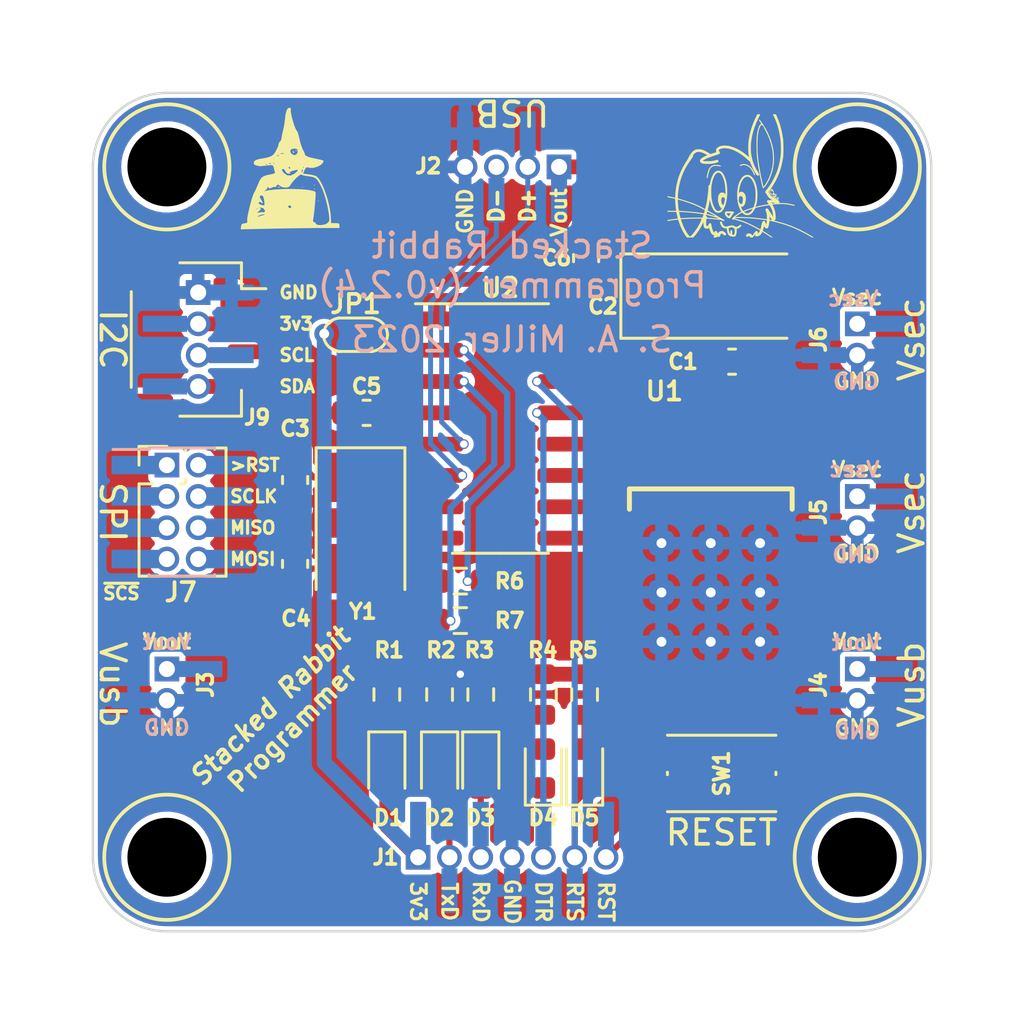
<source format=kicad_pcb>
(kicad_pcb (version 20211014) (generator pcbnew)
  (title_block (title "Programmer") (rev "0.2.4") (company "The Nerd Mage"))
  (layers (0 "F.Cu" signal) (31 "B.Cu" signal) (34 "B.Paste" user) (35 "F.Paste" user) (36 "B.SilkS" user "B.Silkscreen") (37 "F.SilkS" user "F.Silkscreen") (38 "B.Mask" user) (39 "F.Mask" user) (44 "Edge.Cuts" user))
  (property "Revision" "0.0.4")
  (net 0 "")
  (net 1 "UD+")
  (net 2 "UD-")
  (net 3 "GND")
  (net 4 "Vout")
  (net 7 "SDA")
  (net 8 "SCL")
  (net 9 "RESET")
  (net 10 "Vsec")
  (net 11 "/XI")
  (net 12 "/XO")
  (net 13 "IO3")
  (net 14 "IO1")
  (net 15 "CTS")
  (net 16 "DSR")
  (net 17 "RI")
  (net 18 "DCD")
  (net 19 "DTR")
  (net 20 "RTS")
  (net 22 "RST")
  (net 25 "+3V3")
  (net 26 "Net-(D1-Pad1)")
  (net 27 "Net-(D2-Pad1)")
  (net 28 "Net-(D3-Pad1)")
  (net 29 "Net-(D4-Pad2)")
  (net 30 "Net-(D5-Pad2)")
  (net 31 "Net-(R6-Pad1)")
  (net 32 "Net-(R7-Pad1)")
  (net 33 "Vcc?")
  (net 34 "~{RESET}")
  (net 35 "~{SCS}2")
  (net 36 "SCLK")
  (net 37 "~{SCS}1")
  (net 38 "MISO")
  (net 39 "~{SCS}0")
  (net 40 "MOSI")
  (footprint "Tinker:Mount" (layer "F.Cu") (at 114 114)
    (fp_text reference "REF**" hide)
    (fp_text value "Mount" hide)
    (pad "" np_thru_hole circle (at 0 0) (size 3.2 3.2) (drill 3.2) (layers *.Mask))
  )
  (footprint "Resistor_SMD:R_0603_1608Metric" (layer "F.Cu") (at 101.27 107.4 90)
    (fp_text reference "R4" (at 1.8 -0.025453) (layer "F.SilkS") (effects (font (size 0.6 0.6))))
    (fp_text value "1k")
    (pad "1" smd roundrect (at -0.825 0 90) (size 0.8 0.95) (layers "F.Cu" "F.Paste" "F.Mask") (net 29 "Net-(D4-Pad2)"))
    (pad "2" smd roundrect (at 0.825 0 90) (size 0.8 0.95) (layers "F.Cu" "F.Paste" "F.Mask") (net 10 "Vsec"))
  )
  (footprint "Resistor_SMD:R_0603_1608Metric" (layer "F.Cu") (at 97.06 107.4 -90)
    (fp_text reference "R2" (at -1.8 -0.05818) (layer "F.SilkS") (effects (font (size 0.6 0.6))))
    (fp_text value "1k")
    (pad "1" smd roundrect (at -0.825 0 270) (size 0.8 0.95) (layers "F.Cu" "F.Paste" "F.Mask") (net 3 "GND"))
    (pad "2" smd roundrect (at 0.825 0 270) (size 0.8 0.95) (layers "F.Cu" "F.Paste" "F.Mask") (net 27 "Net-(D2-Pad1)"))
  )
  (footprint "Tinker:PinHeader_2x04_P1.27mm_Vertical" (layer "F.Cu") (at 86 98.095)
    (fp_text reference "J7" (at 0.560122 5.155017) (layer "F.SilkS") (effects (font (size 0.75 0.75))))
    (fp_text value "Conn_01x08_Male" hide)
    (pad "1" thru_hole rect (at 0 0) (size 1 1) (drill 0.65) (layers *.Cu *.Mask) (net 34 "~{RESET}"))
    (pad "1" smd rect (at -1.195 0) (size 2.1 0.75) (layers "B.Cu" "B.Paste" "B.Mask") (net 34 "~{RESET}"))
    (pad "2" thru_hole oval (at 1.27 0) (size 1 1) (drill 0.65) (layers *.Cu *.Mask) (net 9 "RESET"))
    (pad "2" smd rect (at 2.405 0) (size 2.1 0.75) (layers "B.Cu" "B.Paste" "B.Mask") (net 9 "RESET"))
    (pad "3" smd rect (at -1.195 1.27) (size 2.1 0.75) (layers "B.Cu" "B.Paste" "B.Mask") (net 35 "~{SCS}2"))
    (pad "3" thru_hole oval (at 0 1.27) (size 1 1) (drill 0.65) (layers *.Cu *.Mask) (net 35 "~{SCS}2"))
    (pad "4" smd rect (at 2.405 1.27) (size 2.1 0.75) (layers "B.Cu" "B.Paste" "B.Mask") (net 36 "SCLK"))
    (pad "4" thru_hole oval (at 1.27 1.27) (size 1 1) (drill 0.65) (layers *.Cu *.Mask) (net 36 "SCLK"))
    (pad "5" thru_hole oval (at 0 2.54) (size 1 1) (drill 0.65) (layers *.Cu *.Mask) (net 37 "~{SCS}1"))
    (pad "5" smd rect (at -1.195 2.54) (size 2.1 0.75) (layers "B.Cu" "B.Paste" "B.Mask") (net 37 "~{SCS}1"))
    (pad "6" smd rect (at 2.405 2.54) (size 2.1 0.75) (layers "B.Cu" "B.Paste" "B.Mask") (net 38 "MISO"))
    (pad "6" thru_hole oval (at 1.27 2.54) (size 1 1) (drill 0.65) (layers *.Cu *.Mask) (net 38 "MISO"))
    (pad "7" smd rect (at -1.195 3.81) (size 2.1 0.75) (layers "B.Cu" "B.Paste" "B.Mask") (net 39 "~{SCS}0"))
    (pad "7" thru_hole oval (at 0 3.81) (size 1 1) (drill 0.65) (layers *.Cu *.Mask) (net 39 "~{SCS}0"))
    (pad "8" smd rect (at 2.405 3.81) (size 2.1 0.75) (layers "B.Cu" "B.Paste" "B.Mask") (net 40 "MOSI"))
    (pad "8" thru_hole oval (at 1.27 3.81) (size 1 1) (drill 0.65) (layers *.Cu *.Mask) (net 40 "MOSI"))
  )
  (footprint "Tinker:Mount" (layer "F.Cu") (at 86 114)
    (fp_text reference "REF**" hide)
    (fp_text value "Mount" hide)
    (pad "" np_thru_hole circle (at 0 0) (size 3.2 3.2) (drill 3.2) (layers *.Mask))
  )
  (footprint "Tinker:DagNabbit" (layer "F.Cu") (at 109 87)
    (fp_text reference "REF**" hide)
    (fp_text value "DagNabbit" hide)
  )
  (footprint "Capacitor_SMD:C_0603_1608Metric_Pad1.08x0.95mm_HandSolder" (layer "F.Cu") (at 91.2 102.1 90)
    (fp_text reference "C4" (at -2.216513 0.035654) (layer "F.SilkS") (effects (font (size 0.6 0.6))))
    (fp_text value "20p")
    (pad "1" smd roundrect (at -0.8625 0 90) (size 1.075 0.95) (layers "F.Cu" "F.Paste" "F.Mask") (net 12 "/XO"))
    (pad "2" smd roundrect (at 0.8625 0 90) (size 1.075 0.95) (layers "F.Cu" "F.Paste" "F.Mask") (net 3 "GND"))
  )
  (footprint "Resistor_SMD:R_0603_1608Metric_Pad0.98x0.95mm_HandSolder" (layer "F.Cu") (at 97.9 104.4)
    (fp_text reference "R7" (at 2 0) (layer "F.SilkS") (effects (font (size 0.6 0.6))))
    (fp_text value "10K")
    (pad "1" smd roundrect (at -0.9125 0) (size 0.975 0.95) (layers "F.Cu" "F.Paste" "F.Mask") (net 32 "Net-(R7-Pad1)"))
    (pad "2" smd roundrect (at 0.9125 0) (size 0.975 0.95) (layers "F.Cu" "F.Paste" "F.Mask") (net 14 "IO1"))
  )
  (footprint "Capacitor_SMD:C_0603_1608Metric_Pad1.08x0.95mm_HandSolder" (layer "F.Cu") (at 91.2 98.7 -90)
    (fp_text reference "C3" (at -2.087623 0) (layer "F.SilkS") (effects (font (size 0.6 0.6))))
    (fp_text value "20p")
    (pad "1" smd roundrect (at -0.8625 0 270) (size 1.075 0.95) (layers "F.Cu" "F.Paste" "F.Mask") (net 11 "/XI"))
    (pad "2" smd roundrect (at 0.8625 0 270) (size 1.075 0.95) (layers "F.Cu" "F.Paste" "F.Mask") (net 3 "GND"))
  )
  (footprint "Package_SO:SOIC-16_3.9x9.9mm_P1.27mm" (layer "F.Cu") (at 99.527801 96.610076)
    (fp_text reference "U2" (at 0 -5.710076) (layer "F.SilkS") (effects (font (size 0.75 0.75))))
    (fp_text value "CH340G/C")
    (pad "1" smd roundrect (at -2.475 -4.445) (size 1.95 0.6) (layers "F.Cu" "F.Paste" "F.Mask") (net 3 "GND"))
    (pad "2" smd roundrect (at -2.475 -3.175) (size 1.95 0.6) (layers "F.Cu" "F.Paste" "F.Mask") (net 31 "Net-(R6-Pad1)"))
    (pad "3" smd roundrect (at -2.475 -1.905) (size 1.95 0.6) (layers "F.Cu" "F.Paste" "F.Mask") (net 32 "Net-(R7-Pad1)"))
    (pad "4" smd roundrect (at -2.475 -0.635) (size 1.95 0.6) (layers "F.Cu" "F.Paste" "F.Mask") (net 10 "Vsec"))
    (pad "5" smd roundrect (at -2.475 0.635) (size 1.95 0.6) (layers "F.Cu" "F.Paste" "F.Mask") (net 1 "UD+"))
    (pad "6" smd roundrect (at -2.475 1.905) (size 1.95 0.6) (layers "F.Cu" "F.Paste" "F.Mask") (net 2 "UD-"))
    (pad "7" smd roundrect (at -2.475 3.175) (size 1.95 0.6) (layers "F.Cu" "F.Paste" "F.Mask") (net 11 "/XI"))
    (pad "8" smd roundrect (at -2.475 4.445) (size 1.95 0.6) (layers "F.Cu" "F.Paste" "F.Mask") (net 12 "/XO"))
    (pad "9" smd roundrect (at 2.475 4.445) (size 1.95 0.6) (layers "F.Cu" "F.Paste" "F.Mask") (net 15 "CTS"))
    (pad "10" smd roundrect (at 2.475 3.175) (size 1.95 0.6) (layers "F.Cu" "F.Paste" "F.Mask") (net 16 "DSR"))
    (pad "11" smd roundrect (at 2.475 1.905) (size 1.95 0.6) (layers "F.Cu" "F.Paste" "F.Mask") (net 17 "RI"))
    (pad "12" smd roundrect (at 2.475 0.635) (size 1.95 0.6) (layers "F.Cu" "F.Paste" "F.Mask") (net 18 "DCD"))
    (pad "13" smd roundrect (at 2.475 -0.635) (size 1.95 0.6) (layers "F.Cu" "F.Paste" "F.Mask") (net 19 "DTR"))
    (pad "14" smd roundrect (at 2.475 -1.905) (size 1.95 0.6) (layers "F.Cu" "F.Paste" "F.Mask") (net 20 "RTS"))
    (pad "15" smd roundrect (at 2.475 -3.175) (size 1.95 0.6) (layers "F.Cu" "F.Paste" "F.Mask"))
    (pad "16" smd roundrect (at 2.475 -4.445) (size 1.95 0.6) (layers "F.Cu" "F.Paste" "F.Mask") (net 10 "Vsec"))
  )
  (footprint "Tinker:Board_Stacker_2" (layer "F.Cu") (at 114 106.365)
    (fp_text reference "J4" (at -1.57 0.635 270) (layer "F.SilkS") (effects (font (size 0.6 0.6))))
    (fp_text value "Conn_01x02_Male")
    (pad "1" smd rect (at 1.35 0) (size 1.8 0.65) (layers "B.Cu" "B.Paste" "B.Mask"))
    (pad "1" thru_hole rect (at 0 0) (size 1 1) (drill 0.65) (layers *.Cu *.Mask))
    (pad "2" thru_hole oval (at 0 1.27) (size 1 1) (drill 0.65) (layers *.Cu *.Mask) (net 3 "GND"))
    (pad "2" smd rect (at -1.35 1.27) (size 1.8 0.65) (layers "B.Cu" "B.Paste" "B.Mask") (net 3 "GND"))
  )
  (footprint "Tinker:CP_EIA-6032-28-Tantalumm_HandSolder" (layer "F.Cu") (at 108.146545 91.24)
    (fp_text reference "C2" (at -4.460348 0.416069) (layer "F.SilkS") (effects (font (size 0.6 0.6))))
    (fp_text value "22uf" hide)
    (pad "1" smd roundrect (at -2.55 0) (size 2.25 2.35) (layers "F.Cu" "F.Paste" "F.Mask") (roundrect_rratio 0.111111) (net 10 "Vsec"))
    (pad "2" smd roundrect (at 2.55 0) (size 2.25 2.35) (layers "F.Cu" "F.Paste" "F.Mask") (roundrect_rratio 0.111111) (net 3 "GND"))
  )
  (footprint "Capacitor_SMD:C_0603_1608Metric_Pad1.08x0.95mm_HandSolder" (layer "F.Cu") (at 103.002801 89.7 90)
    (fp_text reference "C6" (at 0.00549 -1.202801) (layer "F.SilkS") (effects (font (size 0.6 0.6))))
    (fp_text value "100nf")
    (pad "1" smd roundrect (at -0.8625 0 90) (size 1.075 0.95) (layers "F.Cu" "F.Paste" "F.Mask") (net 10 "Vsec"))
    (pad "2" smd roundrect (at 0.8625 0 90) (size 1.075 0.95) (layers "F.Cu" "F.Paste" "F.Mask") (net 3 "GND"))
  )
  (footprint "Tinker:Mount" (layer "F.Cu") (at 114 86)
    (fp_text reference "REF**" hide)
    (fp_text value "Mount" hide)
    (pad "" np_thru_hole circle (at 0 0) (size 3.2 3.2) (drill 3.2) (layers *.Mask))
  )
  (footprint "Crystal:Crystal_SMD_5032-2Pin_5.0x3.2mm" (layer "F.Cu") (at 93.852613 100.442 -90)
    (fp_text reference "Y1" (at 3.589448 -0.096252) (layer "F.SilkS") (effects (font (size 0.6 0.6))))
    (fp_text value "12M")
    (pad "1" smd rect (at -1.85 0 270) (size 2 2.4) (layers "F.Cu" "F.Paste" "F.Mask") (net 11 "/XI"))
    (pad "2" smd rect (at 1.85 0 270) (size 2 2.4) (layers "F.Cu" "F.Paste" "F.Mask") (net 12 "/XO"))
  )
  (footprint "Resistor_SMD:R_0603_1608Metric" (layer "F.Cu") (at 102.94 107.4 90)
    (fp_text reference "R5" (at 1.8 -0.061089) (layer "F.SilkS") (effects (font (size 0.6 0.6))))
    (fp_text value "1k")
    (pad "1" smd roundrect (at -0.825 0 90) (size 0.8 0.95) (layers "F.Cu" "F.Paste" "F.Mask") (net 30 "Net-(D5-Pad2)"))
    (pad "2" smd roundrect (at 0.825 0 90) (size 0.8 0.95) (layers "F.Cu" "F.Paste" "F.Mask") (net 10 "Vsec"))
  )
  (footprint "Tinker:SW_Push_TS273014TP" (layer "F.Cu") (at 108.5 110.6 180)
    (fp_text reference "SW1" (at 0 0 90) (layer "F.SilkS") (effects (font (size 0.6 0.6))))
    (fp_text value "SW_Push" hide)
    (pad "1" smd rect (at 1.85 -0.85 180) (size 1.6 0.6) (layers "F.Cu" "F.Paste" "F.Mask") (net 22 "RST"))
    (pad "1" smd rect (at -1.85 -0.85 180) (size 1.6 0.6) (layers "F.Cu" "F.Paste" "F.Mask") (net 22 "RST"))
    (pad "2" smd rect (at -1.85 0.85 180) (size 1.6 0.6) (layers "F.Cu" "F.Paste" "F.Mask") (net 10 "Vsec"))
    (pad "2" smd rect (at 1.85 0.85 180) (size 1.6 0.6) (layers "F.Cu" "F.Paste" "F.Mask") (net 10 "Vsec"))
  )
  (footprint "Tinker:Board_Stacker_2" (layer "F.Cu") (at 86 106.365)
    (fp_text reference "J3" (at 1.57 0.635 270) (layer "F.SilkS") (effects (font (size 0.6 0.6))))
    (fp_text value "Conn_01x02_Male")
    (pad "1" thru_hole rect (at 0 0) (size 1 1) (drill 0.65) (layers *.Cu *.Mask))
    (pad "1" smd rect (at 1.35 0) (size 1.8 0.65) (layers "B.Cu" "B.Paste" "B.Mask"))
    (pad "2" smd rect (at -1.35 1.27) (size 1.8 0.65) (layers "B.Cu" "B.Paste" "B.Mask") (net 3 "GND"))
    (pad "2" thru_hole oval (at 0 1.27) (size 1 1) (drill 0.65) (layers *.Cu *.Mask) (net 3 "GND"))
  )
  (footprint "Resistor_SMD:R_0603_1608Metric" (layer "F.Cu") (at 98.73 107.4 -90)
    (fp_text reference "R3" (at -1.8 0.058364) (layer "F.SilkS") (effects (font (size 0.6 0.6))))
    (fp_text value "1k")
    (pad "1" smd roundrect (at -0.825 0 270) (size 0.8 0.95) (layers "F.Cu" "F.Paste" "F.Mask") (net 3 "GND"))
    (pad "2" smd roundrect (at 0.825 0 270) (size 0.8 0.95) (layers "F.Cu" "F.Paste" "F.Mask") (net 28 "Net-(D3-Pad1)"))
  )
  (footprint "LED_SMD:LED_0603_1608Metric" (layer "F.Cu") (at 101.27 110.4 90)
    (fp_text reference "D4" (at -2 0 180) (layer "F.SilkS") (effects (font (size 0.6 0.6))))
    (fp_text value "yellow")
    (pad "1" smd roundrect (at -0.7875 0 90) (size 0.875 0.95) (layers "F.Cu" "F.Paste" "F.Mask") (net 19 "DTR"))
    (pad "2" smd roundrect (at 0.7875 0 90) (size 0.875 0.95) (layers "F.Cu" "F.Paste" "F.Mask") (net 29 "Net-(D4-Pad2)"))
  )
  (footprint "LED_SMD:LED_0603_1608Metric" (layer "F.Cu") (at 98.73 110.4 -90)
    (fp_text reference "D3" (at 2 0.008724 180) (layer "F.SilkS") (effects (font (size 0.6 0.6))))
    (fp_text value "red")
    (pad "1" smd roundrect (at -0.7875 0 270) (size 0.875 0.95) (layers "F.Cu" "F.Paste" "F.Mask") (net 28 "Net-(D3-Pad1)"))
    (pad "2" smd roundrect (at 0.7875 0 270) (size 0.875 0.95) (layers "F.Cu" "F.Paste" "F.Mask") (net 14 "IO1"))
  )
  (footprint "Resistor_SMD:R_0603_1608Metric_Pad0.98x0.95mm_HandSolder" (layer "F.Cu") (at 97.9 102.8 180)
    (fp_text reference "R6" (at -2 0) (layer "F.SilkS") (effects (font (size 0.6 0.6))))
    (fp_text value "10K")
    (pad "1" smd roundrect (at -0.9125 0 180) (size 0.975 0.95) (layers "F.Cu" "F.Paste" "F.Mask") (net 31 "Net-(R6-Pad1)"))
    (pad "2" smd roundrect (at 0.9125 0 180) (size 0.975 0.95) (layers "F.Cu" "F.Paste" "F.Mask") (net 13 "IO3"))
  )
  (footprint "Tinker:QWIIC_Stack_II" (layer "F.Cu") (at 87.27 93 -90)
    (fp_text reference "J9" (at 3.158643 -2.390416 180) (layer "F.SilkS") (effects (font (size 0.6 0.6))))
    (fp_text value "QWIIC_Stackable")
    (pad "1" smd rect (at -1.905 -1.35) (size 1.8 0.65) (layers "B.Cu" "B.Paste" "B.Mask") (net 3 "GND"))
    (pad "1" smd roundrect (at -1.5 -1.97 270) (size 0.6 1.55) (layers "F.Cu" "F.Paste" "F.Mask") (net 3 "GND"))
    (pad "1" smd roundrect (at -1.905 -0.877656 270) (size 0.6 1.55) (layers "F.Cu" "F.Paste" "F.Mask") (net 3 "GND"))
    (pad "1" thru_hole rect (at -1.905 0) (size 1 1) (drill 0.65) (layers *.Cu *.Mask) (net 3 "GND"))
    (pad "2" smd roundrect (at -0.5 -1.97 270) (size 0.6 1.55) (layers "F.Cu" "F.Paste" "F.Mask") (net 33 "Vcc?"))
    (pad "2" smd rect (at -0.635 1.35) (size 1.8 0.65) (layers "B.Cu" "B.Paste" "B.Mask") (net 33 "Vcc?"))
    (pad "2" thru_hole oval (at -0.635 0) (size 1 1) (drill 0.65) (layers *.Cu *.Mask) (net 33 "Vcc?"))
    (pad "2" smd roundrect (at -0.635 -0.877656 270) (size 0.6 1.55) (layers "F.Cu" "F.Paste" "F.Mask") (net 33 "Vcc?"))
    (pad "3" thru_hole oval (at 0.635 0) (size 1 1) (drill 0.65) (layers *.Cu *.Mask) (net 7 "SDA"))
    (pad "3" smd roundrect (at 0.635 -0.877656 270) (size 0.6 1.55) (layers "F.Cu" "F.Paste" "F.Mask") (net 7 "SDA"))
    (pad "3" smd rect (at 0.635 -1.35) (size 1.8 0.65) (layers "B.Cu" "B.Paste" "B.Mask") (net 7 "SDA"))
    (pad "3" smd roundrect (at 0.5 -1.97 270) (size 0.6 1.55) (layers "F.Cu" "F.Paste" "F.Mask") (net 7 "SDA"))
    (pad "4" smd rect (at 1.905 1.35) (size 1.8 0.65) (layers "B.Cu" "B.Paste" "B.Mask") (net 8 "SCL"))
    (pad "4" smd roundrect (at 1.5 -1.97 270) (size 0.6 1.55) (layers "F.Cu" "F.Paste" "F.Mask") (net 8 "SCL"))
    (pad "4" thru_hole oval (at 1.905 0) (size 1 1) (drill 0.65) (layers *.Cu *.Mask) (net 8 "SCL"))
    (pad "4" smd roundrect (at 1.905 -0.877656 270) (size 0.6 1.55) (layers "F.Cu" "F.Paste" "F.Mask") (net 8 "SCL"))
    (pad "MP" smd roundrect (at -2.8 1.905 270) (size 1.2 1.8) (layers "F.Cu" "F.Paste" "F.Mask") (roundrect_rratio 0.208333) (net 3 "GND"))
    (pad "MP" smd roundrect (at 2.8 1.905 270) (size 1.2 1.8) (layers "F.Cu" "F.Paste" "F.Mask") (roundrect_rratio 0.208333) (net 3 "GND"))
  )
  (footprint "Resistor_SMD:R_0603_1608Metric" (layer "F.Cu") (at 94.92 107.4 -90)
    (fp_text reference "R1" (at -1.8 -0.095637 180) (layer "F.SilkS") (effects (font (size 0.6 0.6))))
    (fp_text value "1k")
    (pad "1" smd roundrect (at -0.825 0 270) (size 0.8 0.95) (layers "F.Cu" "F.Paste" "F.Mask") (net 3 "GND"))
    (pad "2" smd roundrect (at 0.825 0 270) (size 0.8 0.95) (layers "F.Cu" "F.Paste" "F.Mask") (net 26 "Net-(D1-Pad1)"))
  )
  (footprint "Tinker:R1501J033BT1JE" (layer "F.Cu") (at 108.058834 101.084151 180)
    (fp_text reference "U1" (at 1.882154 5.985121) (layer "F.SilkS") (effects (font (size 0.75 0.75))))
    (fp_text value "R1501J033B-T1-JE" hide)
    (pad "1" smd rect (at -2.54 4.075 180) (size 0.8 2.5) (layers "F.Cu" "F.Paste" "F.Mask") (net 4 "Vout"))
    (pad "2" smd rect (at -1.27 4.075 180) (size 0.8 2.5) (layers "F.Cu" "F.Paste" "F.Mask") (net 3 "GND"))
    (pad "3" smd rect (at 0 4.075 180) (size 0.8 2.5) (layers "F.Cu" "F.Paste" "F.Mask") (net 3 "GND"))
    (pad "4" smd rect (at 1.27 4.075 180) (size 0.8 2.5) (layers "F.Cu" "F.Paste" "F.Mask") (net 4 "Vout"))
    (pad "5" smd rect (at 2.54 4.075 180) (size 0.8 2.5) (layers "F.Cu" "F.Paste" "F.Mask") (net 10 "Vsec"))
    (pad "6" thru_hole roundrect (at 2 -4.175 180) (size 1 1) (drill 0.4) (layers *.Cu) (net 3 "GND"))
    (pad "6" thru_hole roundrect (at 2 -2.175 180) (size 1 1) (drill 0.4) (layers *.Cu) (net 3 "GND"))
    (pad "6" thru_hole roundrect (at -2 -2.175 180) (size 1 1) (drill 0.4) (layers *.Cu) (net 3 "GND"))
    (pad "6" thru_hole roundrect (at -2 -4.175 180) (size 1 1) (drill 0.4) (layers *.Cu) (net 3 "GND"))
    (pad "6" thru_hole roundrect (at -2 -0.175 180) (size 1 1) (drill 0.4) (layers *.Cu) (net 3 "GND"))
    (pad "6" thru_hole roundrect (at 0 -4.175 180) (size 1 1) (drill 0.4) (layers *.Cu) (net 3 "GND"))
    (pad "6" thru_hole roundrect (at 0 -0.175 180) (size 1 1) (drill 0.4) (layers *.Cu) (net 3 "GND"))
    (pad "6" thru_hole roundrect (at 2 -0.175 180) (size 1 1) (drill 0.4) (layers *.Cu) (net 3 "GND"))
    (pad "6" smd rect (at 0 -2.175 180) (size 6 6) (layers "F.Cu" "F.Paste" "F.Mask") (net 3 "GND"))
    (pad "6" thru_hole roundrect (at 0 -2.175 180) (size 1 1) (drill 0.4) (layers *.Cu) (net 3 "GND"))
  )
  (footprint "LED_SMD:LED_0603_1608Metric" (layer "F.Cu") (at 97.06 110.4 -90)
    (fp_text reference "D2" (at 2 0 180) (layer "F.SilkS") (effects (font (size 0.6 0.6))))
    (fp_text value "green")
    (pad "1" smd roundrect (at -0.7875 0 270) (size 0.875 0.95) (layers "F.Cu" "F.Paste" "F.Mask") (net 27 "Net-(D2-Pad1)"))
    (pad "2" smd roundrect (at 0.7875 0 270) (size 0.875 0.95) (layers "F.Cu" "F.Paste" "F.Mask") (net 13 "IO3"))
  )
  (footprint "Tinker:Mount" (layer "F.Cu") (at 86 86)
    (fp_text reference "REF**" hide)
    (fp_text value "Mount" hide)
    (pad "" np_thru_hole circle (at 0 0) (size 3.2 3.2) (drill 3.2) (layers *.Mask))
  )
  (footprint "Capacitor_SMD:C_0603_1608Metric_Pad1.08x0.95mm_HandSolder" (layer "F.Cu") (at 94.1 95.975076 180)
    (fp_text reference "C5" (at 0 1.075076) (layer "F.SilkS") (effects (font (size 0.6 0.6))))
    (fp_text value "10nf")
    (pad "1" smd roundrect (at -0.8625 0 180) (size 1.075 0.95) (layers "F.Cu" "F.Paste" "F.Mask") (net 10 "Vsec"))
    (pad "2" smd roundrect (at 0.8625 0 180) (size 1.075 0.95) (layers "F.Cu" "F.Paste" "F.Mask") (net 3 "GND"))
  )
  (footprint "Tinker:NerdMage" (layer "F.Cu") (at 91 86)
    (fp_text reference "G***" hide)
    (fp_text value "LOGO" hide)
  )
  (footprint "LED_SMD:LED_0603_1608Metric" (layer "F.Cu") (at 102.94 110.4 90)
    (fp_text reference "D5" (at -2 0 180) (layer "F.SilkS") (effects (font (size 0.6 0.6))))
    (fp_text value "yellow")
    (pad "1" smd roundrect (at -0.7875 0 90) (size 0.875 0.95) (layers "F.Cu" "F.Paste" "F.Mask") (net 20 "RTS"))
    (pad "2" smd roundrect (at 0.7875 0 90) (size 0.875 0.95) (layers "F.Cu" "F.Paste" "F.Mask") (net 30 "Net-(D5-Pad2)"))
  )
  (footprint "Tinker:Board_Stacker_7" (layer "F.Cu") (at 96.19 114 90)
    (fp_text reference "J1" (at 0 -1.32) (layer "F.SilkS") (effects (font (size 0.6 0.6))))
    (fp_text value "Conn_01x07_Male")
    (pad "1" thru_hole rect (at 0 0 90) (size 1 1) (drill 0.65) (layers *.Cu *.Mask) (net 25 "+3V3"))
    (pad "1" smd rect (at 1.35 0 90) (size 1.8 0.65) (layers "B.Cu" "B.Paste" "B.Mask") (net 25 "+3V3"))
    (pad "2" smd rect (at -1.35 1.27 90) (size 1.8 0.65) (layers "B.Cu" "B.Paste" "B.Mask") (net 13 "IO3"))
    (pad "2" thru_hole oval (at 0 1.27 90) (size 1 1) (drill 0.65) (layers *.Cu *.Mask) (net 13 "IO3"))
    (pad "3" smd rect (at 1.35 2.54 90) (size 1.8 0.65) (layers "B.Cu" "B.Paste" "B.Mask") (net 14 "IO1"))
    (pad "3" thru_hole oval (at 0 2.54 90) (size 1 1) (drill 0.65) (layers *.Cu *.Mask) (net 14 "IO1"))
    (pad "4" thru_hole oval (at 0 3.81 90) (size 1 1) (drill 0.65) (layers *.Cu *.Mask) (net 3 "GND"))
    (pad "4" smd rect (at -1.35 3.81 90) (size 1.8 0.65) (layers "B.Cu" "B.Paste" "B.Mask") (net 3 "GND"))
    (pad "5" smd rect (at 1.35 5.08 90) (size 1.8 0.65) (layers "B.Cu" "B.Paste" "B.Mask") (net 19 "DTR"))
    (pad "5" thru_hole oval (at 0 5.08 90) (size 1 1) (drill 0.65) (layers *.Cu *.Mask) (net 19 "DTR"))
    (pad "6" thru_hole oval (at 0 6.35 90) (size 1 1) (drill 0.65) (layers *.Cu *.Mask) (net 20 "RTS"))
    (pad "6" smd rect (at -1.35 6.35 90) (size 1.8 0.65) (layers "B.Cu" "B.Paste" "B.Mask") (net 20 "RTS"))
    (pad "7" smd rect (at 1.35 7.62 90) (size 1.8 0.65) (layers "B.Cu" "B.Paste" "B.Mask") (net 22 "RST"))
    (pad "7" thru_hole oval (at 0 7.62 90) (size 1 1) (drill 0.65) (layers *.Cu *.Mask) (net 22 "RST"))
  )
  (footprint "LED_SMD:LED_0603_1608Metric" (layer "F.Cu") (at 94.92 110.4 -90)
    (fp_text reference "D1" (at 2 -0.079455 180) (layer "F.SilkS") (effects (font (size 0.6 0.6))))
    (fp_text value "blue")
    (pad "1" smd roundrect (at -0.7875 0 270) (size 0.875 0.95) (layers "F.Cu" "F.Paste" "F.Mask") (net 26 "Net-(D1-Pad1)"))
    (pad "2" smd roundrect (at 0.7875 0 270) (size 0.875 0.95) (layers "F.Cu" "F.Paste" "F.Mask") (net 25 "+3V3"))
  )
  (footprint "Tinker:Board_Stacker_2" (layer "F.Cu") (at 114 99.365)
    (fp_text reference "J5" (at -1.57 0.635 270) (layer "F.SilkS") (effects (font (size 0.6 0.6))))
    (fp_text value "Conn_01x02_Male")
    (pad "1" thru_hole rect (at 0 0) (size 1 1) (drill 0.65) (layers *.Cu *.Mask))
    (pad "1" smd rect (at 1.35 0) (size 1.8 0.65) (layers "B.Cu" "B.Paste" "B.Mask"))
    (pad "2" smd rect (at -1.35 1.27) (size 1.8 0.65) (layers "B.Cu" "B.Paste" "B.Mask") (net 3 "GND"))
    (pad "2" thru_hole oval (at 0 1.27) (size 1 1) (drill 0.65) (layers *.Cu *.Mask) (net 3 "GND"))
  )
  (footprint "Tinker:Board_Stacker_4" (layer "F.Cu") (at 101.905 86 -90)
    (fp_text reference "J2" (at -0.031892 5.301439) (layer "F.SilkS") (effects (font (size 0.6 0.6))))
    (fp_text value "Conn_01x04_Male")
    (pad "1" thru_hole rect (at 0 0 270) (size 1 1) (drill 0.65) (layers *.Cu *.Mask) (net 4 "Vout"))
    (pad "1" smd rect (at 1.35 0 270) (size 1.8 0.65) (layers "B.Cu" "B.Paste" "B.Mask") (net 4 "Vout"))
    (pad "2" thru_hole oval (at 0 1.27 270) (size 1 1) (drill 0.65) (layers *.Cu *.Mask) (net 1 "UD+"))
    (pad "2" smd rect (at -1.35 1.27 270) (size 1.8 0.65) (layers "B.Cu" "B.Paste" "B.Mask") (net 1 "UD+"))
    (pad "3" thru_hole oval (at 0 2.54 270) (size 1 1) (drill 0.65) (layers *.Cu *.Mask) (net 2 "UD-"))
    (pad "3" smd rect (at 1.35 2.54 270) (size 1.8 0.65) (layers "B.Cu" "B.Paste" "B.Mask") (net 2 "UD-"))
    (pad "4" thru_hole oval (at 0 3.81 270) (size 1 1) (drill 0.65) (layers *.Cu *.Mask) (net 3 "GND"))
    (pad "4" smd rect (at -1.35 3.81 270) (size 1.8 0.65) (layers "B.Cu" "B.Paste" "B.Mask") (net 3 "GND"))
  )
  (footprint "Tinker:Board_Stacker_2" (layer "F.Cu") (at 114 92.365)
    (fp_text reference "J6" (at -1.57 0.635 270) (layer "F.SilkS") (effects (font (size 0.6 0.6))))
    (fp_text value "Conn_01x02_Male")
    (pad "1" thru_hole rect (at 0 0) (size 1 1) (drill 0.65) (layers *.Cu *.Mask))
    (pad "1" smd rect (at 1.35 0) (size 1.8 0.65) (layers "B.Cu" "B.Paste" "B.Mask"))
    (pad "2" smd rect (at -1.35 1.27) (size 1.8 0.65) (layers "B.Cu" "B.Paste" "B.Mask") (net 3 "GND"))
    (pad "2" thru_hole oval (at 0 1.27) (size 1 1) (drill 0.65) (layers *.Cu *.Mask) (net 3 "GND"))
  )
  (footprint "Capacitor_SMD:C_0603_1608Metric" (layer "F.Cu") (at 108.921545 93.9)
    (fp_text reference "C1" (at -1.989302 0) (layer "F.SilkS") (effects (font (size 0.6 0.6))))
    (fp_text value "1.0uF")
    (pad "1" smd roundrect (at -0.775 0) (size 0.9 0.95) (layers "F.Cu" "F.Paste" "F.Mask") (net 4 "Vout"))
    (pad "2" smd roundrect (at 0.775 0) (size 0.9 0.95) (layers "F.Cu" "F.Paste" "F.Mask") (net 3 "GND"))
  )
  (footprint "Tinker:SolderJumper-2_P_Open_Rounded_skinny" (layer "F.Cu") (at 93.648266 92.807094 180)
    (fp_text reference "JP1" (at -0.002726 1.246001) (layer "F.SilkS") (effects (font (size 0.75 0.75))))
    (fp_text value "SolderJumper_2_Open" hide)
    (pad "1" smd custom (at -0.65 0 180) (size 1 0.2) (layers "F.Cu" "F.Mask") (net 10 "Vsec") (options (clearance outline) (anchor rect)) (primitives (gr_circle (center 0 0.1) (end 0.5 0.1) (width 0) (fill yes)) (gr_circle (center 0 -0.1) (end 0.5 -0.1) (width 0) (fill yes)) (gr_poly (pts (xy 0.5 0.6) (xy 0 0.6) (xy 0 -0.6) (xy 0.5 -0.6)) (width 0) (fill yes))))
    (pad "2" smd custom (at 0.65 0 180) (size 1 0.2) (layers "F.Cu" "F.Mask") (net 25 "+3V3") (options (clearance outline) (anchor rect)) (primitives (gr_circle (center 0 0.1) (end 0.5 0.1) (width 0) (fill yes)) (gr_circle (center 0 -0.1) (end 0.5 -0.1) (width 0) (fill yes)) (gr_poly (pts (xy 0 0.6) (xy -0.5 0.6) (xy -0.5 -0.6) (xy 0 -0.6)) (width 0) (fill yes))))
  )
  (gr_line (start 117 86) (end 117 114) (layer "Edge.Cuts") (width 0.1))
  (gr_arc (start 86 117) (mid 83.87868 116.12132) (end 83 114) (layer "Edge.Cuts") (width 0.1))
  (gr_arc (start 83 86) (mid 83.87868 83.87868) (end 86 83) (layer "Edge.Cuts") (width 0.1))
  (gr_line (start 86 83) (end 114 83) (layer "Edge.Cuts") (width 0.1))
  (gr_line (start 83 114) (end 83 86) (layer "Edge.Cuts") (width 0.1))
  (gr_arc (start 114 83) (mid 116.12132 83.87868) (end 117 86) (layer "Edge.Cuts") (width 0.1))
  (gr_line (start 86 117) (end 114 117) (layer "Edge.Cuts") (width 0.1))
  (gr_arc (start 117 114) (mid 116.12132 116.12132) (end 114 117) (layer "Edge.Cuts") (width 0.1))
  (gr_text "GND" (at 113.997176 108.89197) (layer "B.SilkS") (effects (font (size 0.6 0.6) (thickness 0.125)) (justify mirror)))
  (gr_text "Stacked Rabbit\n${TITLE} (v${REVISION})" (at 100 90) (layer "B.SilkS") (effects (font (size 1 1)) (justify mirror)))
  (gr_text "Vsec" (at 113.872799 98.268635) (layer "B.SilkS") (effects (font (size 0.6 0.6) (thickness 0.125)) (justify mirror)))
  (gr_text "GND" (at 85.995908 108.747728) (layer "B.SilkS") (effects (font (size 0.6 0.6) (thickness 0.125)) (justify mirror)))
  (gr_text "GND" (at 113.946688 94.725074) (layer "B.SilkS") (effects (font (size 0.6 0.6) (thickness 0.125)) (justify mirror)))
  (gr_text "Vout" (at 86.009393 105.268635) (layer "B.SilkS") (effects (font (size 0.6 0.6) (thickness 0.125)) (justify mirror)))
  (gr_text "Vout" (at 113.950572 105.303488) (layer "B.SilkS") (effects (font (size 0.6 0.6) (thickness 0.125)) (justify mirror)))
  (gr_text "GND" (at 113.911636 101.744492) (layer "B.SilkS") (effects (font (size 0.6 0.6) (thickness 0.125)) (justify mirror)))
  (gr_text "Vsec" (at 113.830179 91.346308) (layer "B.SilkS") (effects (font (size 0.6 0.6) (thickness 0.125)) (justify mirror)))
  (gr_text "S. A. Miller 2023" (at 100 93) (layer "B.SilkS") (effects (font (size 1 1)) (justify mirror)))
  (gr_text "Vsec" (at 114 98.265) (layer "F.SilkS") (effects (font (size 0.6 0.6) (thickness 0.125))))
  (gr_text "DTR" (at 101.271516 115.802425 270) (layer "F.SilkS") (effects (font (size 0.6 0.6) (thickness 0.125))))
  (gr_text "~{SCS}" (at 83.347793 103.30044) (layer "F.SilkS") (effects (font (size 0.5 0.5) (thickness 0.125)) (justify left)))
  (gr_text "SCLK" (at 88.5 99.365) (layer "F.SilkS") (effects (font (size 0.5 0.5) (thickness 0.125)) (justify left)))
  (gr_text "GND" (at 90.5 91.095) (layer "F.SilkS") (effects (font (size 0.5 0.5) (thickness 0.125)) (justify left)))
  (gr_text "GND" (at 114 94.685) (layer "F.SilkS") (effects (font (size 0.6 0.6) (thickness 0.125))))
  (gr_text "RESET" (at 108.5 113) (layer "F.SilkS") (effects (font (size 1 1))))
  (gr_text "D+" (at 100.635 86.8 90) (layer "F.SilkS") (effects (font (size 0.6 0.6)) (justify right)))
  (gr_text "Vusb" (at 116.2 107 90) (layer "F.SilkS") (effects (font (size 1 1))))
  (gr_text "MISO" (at 88.5 100.635) (layer "F.SilkS") (effects (font (size 0.5 0.5) (thickness 0.125)) (justify left)))
  (gr_text "GND" (at 114 101.665) (layer "F.SilkS") (effects (font (size 0.6 0.6) (thickness 0.125))))
  (gr_text "Vsec" (at 114 91.285) (layer "F.SilkS") (effects (font (size 0.6 0.6) (thickness 0.125))))
  (gr_text "GND" (at 100.001516 115.802425 270) (layer "F.SilkS") (effects (font (size 0.6 0.6) (thickness 0.125))))
  (gr_text "D-" (at 99.365 86.8 90) (layer "F.SilkS") (effects (font (size 0.6 0.6)) (justify right)))
  (gr_text "SCL" (at 90.5 93.635) (layer "F.SilkS") (effects (font (size 0.5 0.5) (thickness 0.125)) (justify left)))
  (gr_text "GND" (at 98.095 86.8 90) (layer "F.SilkS") (effects (font (size 0.6 0.6) (thickness 0.125)) (justify right)))
  (gr_text "Vout" (at 101.905 86.8 90) (layer "F.SilkS") (effects (font (size 0.6 0.6) (thickness 0.125)) (justify right)))
  (gr_text "MOSI" (at 88.5 101.905) (layer "F.SilkS") (effects (font (size 0.5 0.5) (thickness 0.125)) (justify left)))
  (gr_text "TxD" (at 97.461516 115.802425 270) (layer "F.SilkS") (effects (font (size 0.6 0.6) (thickness 0.125))))
  (gr_text "RST" (at 103.811516 115.802425 270) (layer "F.SilkS") (effects (font (size 0.6 0.6) (thickness 0.125))))
  (gr_text "RxD" (at 98.731516 115.802425 270) (layer "F.SilkS") (effects (font (size 0.6 0.6) (thickness 0.125))))
  (gr_text "3v3" (at 96.191516 115.802425 270) (layer "F.SilkS") (effects (font (size 0.6 0.6) (thickness 0.125))))
  (gr_text "SPI" (at 83.8 100 -90) (layer "F.SilkS") (effects (font (size 1 1))))
  (gr_text "USB" (at 100 83.8 180) (layer "F.SilkS") (effects (font (size 1 1))))
  (gr_text "RTS" (at 102.541516 115.802425 270) (layer "F.SilkS") (effects (font (size 0.6 0.6) (thickness 0.125))))
  (gr_text "I2C" (at 83.8 93 -90) (layer "F.SilkS") (effects (font (size 1 1))))
  (gr_text "GND" (at 114 108.745) (layer "F.SilkS") (effects (font (size 0.6 0.6) (thickness 0.125))))
  (gr_text "Vout" (at 86 105.245) (layer "F.SilkS") (effects (font (size 0.6 0.6) (thickness 0.125))))
  (gr_text ">RST" (at 88.5 98.095) (layer "F.SilkS") (effects (font (size 0.5 0.5) (thickness 0.125)) (justify left)))
  (gr_text "Stacked Rabbit" (at 90.194422 107.868088 45) (layer "F.SilkS") (effects (font (size 0.75 0.75) (thickness 0.15) italic)))
  (gr_text "${TITLE}" (at 91.09507 108.749574 45) (layer "F.SilkS") (effects (font (size 0.75 0.75))))
  (gr_text "Vusb" (at 83.8 107 -90) (layer "F.SilkS") (effects (font (size 1 1))))
  (gr_text "Vsec" (at 116.2 100 90) (layer "F.SilkS") (effects (font (size 1 1))))
  (gr_text "SDA" (at 90.5 94.905) (layer "F.SilkS") (effects (font (size 0.5 0.5) (thickness 0.125)) (justify left)))
  (gr_text "GND" (at 86 108.745) (layer "F.SilkS") (effects (font (size 0.6 0.6) (thickness 0.125))))
  (gr_text "3v3" (at 90.5 92.365) (layer "F.SilkS") (effects (font (size 0.5 0.5) (thickness 0.125)) (justify left)))
  (gr_text "Vout" (at 114 105.245) (layer "F.SilkS") (effects (font (size 0.6 0.6) (thickness 0.125))))
  (gr_text "Vsec" (at 116.2 93 90) (layer "F.SilkS") (effects (font (size 1 1))))
  (via (at 98.040273 97.245076) (size 0.4) (drill 0.3) (layers "F.Cu" "B.Cu") (net 1))
  (segment (start 100.635 86) (end 100.635 88.043472) (width 0.2) (layer "B.Cu") (net 1))
  (segment (start 98.040273 97.245076) (end 97.144433 96.349236) (width 0.2) (layer "B.Cu") (net 1))
  (segment (start 100.635 88.043472) (end 97.144433 91.534039) (width 0.2) (layer "B.Cu") (net 1))
  (segment (start 97.144433 96.349236) (end 97.144433 91.534039) (width 0.2) (layer "B.Cu") (net 1))
  (via (at 97.978004 98.515076) (size 0.4) (drill 0.3) (layers "F.Cu" "B.Cu") (net 2))
  (segment (start 99.365 88.818498) (end 96.694433 91.489065) (width 0.2) (layer "B.Cu") (net 2))
  (segment (start 96.694433 91.489065) (end 96.694433 97.231505) (width 0.2) (layer "B.Cu") (net 2))
  (segment (start 99.365 86) (end 99.365 88.818498) (width 0.2) (layer "B.Cu") (net 2))
  (segment (start 96.694433 97.231505) (end 97.978004 98.515076) (width 0.2) (layer "B.Cu") (net 2))
  (via (at 97.9 106.575) (size 0.5) (drill 0.3) (layers "F.Cu" "B.Cu") (net 3))
  (segment (start 110.598834 97.009151) (end 110.598834 95.604578) (width 0.6) (layer "F.Cu") (net 4))
  (segment (start 108.146545 88.409767) (end 108.146545 93.9) (width 0.6) (layer "F.Cu") (net 4))
  (segment (start 106.788834 95.604578) (end 107.301337 95.092075) (width 0.6) (layer "F.Cu") (net 4))
  (segment (start 101.905 86) (end 105.736778 86) (width 0.6) (layer "F.Cu") (net 4))
  (segment (start 106.788834 97.009151) (end 106.788834 95.604578) (width 0.6) (layer "F.Cu") (net 4))
  (segment (start 107.301337 95.092075) (end 107.964232 95.092075) (width 0.6) (layer "F.Cu") (net 4))
  (segment (start 108.146545 94.909762) (end 107.964232 95.092075) (width 0.6) (layer "F.Cu") (net 4))
  (segment (start 108.146545 93.9) (end 108.146545 94.909762) (width 0.6) (layer "F.Cu") (net 4))
  (segment (start 105.736778 86) (end 108.146545 88.409767) (width 0.6) (layer "F.Cu") (net 4))
  (segment (start 107.964232 95.092075) (end 110.086331 95.092075) (width 0.6) (layer "F.Cu") (net 4))
  (segment (start 110.598834 95.604578) (end 110.086331 95.092075) (width 0.6) (layer "F.Cu") (net 4))
  (segment (start 104.14 106.575) (end 104.14 106.653055) (width 0.6) (layer "F.Cu") (net 10))
  (segment (start 104.14 105.81279) (end 104.14 106.240317) (width 0.6) (layer "F.Cu") (net 10))
  (segment (start 97.052801 95.975076) (end 94.9625 95.975076) (width 0.6) (layer "F.Cu") (net 10))
  (segment (start 105.518834 97.009151) (end 105.518834 91.317711) (width 0.6) (layer "F.Cu") (net 10))
  (segment (start 102.002801 90.5625) (end 102.002801 92.165076) (width 0.6) (layer "F.Cu") (net 10))
  (segment (start 95.89473 90.5625) (end 94.9625 91.49473) (width 0.6) (layer "F.Cu") (net 10))
  (segment (start 105.518834 97.009151) (end 104.14 98.387985) (width 0.6) (layer "F.Cu") (net 10))
  (segment (start 102.002801 90.5625) (end 95.89473 90.5625) (width 0.6) (layer "F.Cu") (net 10))
  (segment (start 106.65 109.75) (end 106.147408 109.75) (width 0.6) (layer "F.Cu") (net 10))
  (segment (start 101.27 106.575) (end 102.94 106.575) (width 0.6) (layer "F.Cu") (net 10))
  (segment (start 104.919045 90.5625) (end 105.596545 91.24) (width 0.6) (layer "F.Cu") (net 10))
  (segment (start 104.14 98.387985) (end 104.14 105.81279) (width 0.6) (layer "F.Cu") (net 10))
  (segment (start 102.002801 90.5625) (end 104.919045 90.5625) (width 0.6) (layer "F.Cu") (net 10))
  (segment (start 104.14 106.653055) (end 104.153055 106.653055) (width 0.6) (layer "F.Cu") (net 10))
  (segment (start 104.14 107.742592) (end 104.14 105.81279) (width 0.6) (layer "F.Cu") (net 10))
  (segment (start 106.147408 109.75) (end 104.14 107.742592) (width 0.6) (layer "F.Cu") (net 10))
  (segment (start 104.153055 106.253372) (end 104.153055 106.653055) (width 0.6) (layer "F.Cu") (net 10))
  (segment (start 94.9625 95.975076) (end 94.9625 91.49473) (width 0.6) (layer "F.Cu") (net 10))
  (segment (start 102.94 106.575) (end 104.14 106.575) (width 0.6) (layer "F.Cu") (net 10))
  (segment (start 106.65 109.75) (end 110.35 109.75) (width 0.6) (layer "F.Cu") (net 10))
  (segment (start 104.14 106.240317) (end 104.153055 106.253372) (width 0.6) (layer "F.Cu") (net 10))
  (segment (start 97.052801 99.785076) (end 95.045689 99.785076) (width 0.25) (layer "F.Cu") (net 11))
  (segment (start 91.2 97.8375) (end 91.9545 98.592) (width 0.25) (layer "F.Cu") (net 11))
  (segment (start 95.045689 99.785076) (end 93.852613 98.592) (width 0.25) (layer "F.Cu") (net 11))
  (segment (start 91.9545 98.592) (end 93.852613 98.592) (width 0.25) (layer "F.Cu") (net 11))
  (segment (start 91.2 102.9625) (end 91.8705 102.292) (width 0.25) (layer "F.Cu") (net 12))
  (segment (start 97.047988 101.050263) (end 95.085447 101.050263) (width 0.25) (layer "F.Cu") (net 12))
  (segment (start 95.085447 101.050263) (end 93.852613 102.283097) (width 0.25) (layer "F.Cu") (net 12))
  (segment (start 91.8705 102.292) (end 93.852613 102.292) (width 0.25) (layer "F.Cu") (net 12))
  (segment (start 97.052801 101.055076) (end 97.047988 101.050263) (width 0.25) (layer "F.Cu") (net 12))
  (segment (start 93.852613 102.283097) (end 93.852613 102.292) (width 0.25) (layer "F.Cu") (net 12))
  (segment (start 96.225 110.3525) (end 96.225 103.5625) (width 0.25) (layer "F.Cu") (net 13))
  (segment (start 97.06 111.1875) (end 96.225 110.3525) (width 0.25) (layer "F.Cu") (net 13))
  (segment (start 97.46 114) (end 97.46 111.5875) (width 0.25) (layer "F.Cu") (net 13))
  (segment (start 96.225 103.5625) (end 96.9875 102.8) (width 0.25) (layer "F.Cu") (net 13))
  (segment (start 97.46 111.5875) (end 97.06 111.1875) (width 0.25) (layer "F.Cu") (net 13))
  (segment (start 98.8125 104.4) (end 99.48 105.0675) (width 0.25) (layer "F.Cu") (net 14))
  (segment (start 99.48 110.4375) (end 98.73 111.1875) (width 0.25) (layer "F.Cu") (net 14))
  (segment (start 98.73 114) (end 98.73 111.1875) (width 0.25) (layer "F.Cu") (net 14))
  (segment (start 99.48 105.0675) (end 99.48 110.4375) (width 0.25) (layer "F.Cu") (net 14))
  (segment (start 101.27 114) (end 101.27 111.3875) (width 0.25) (layer "F.Cu") (net 19))
  (via (at 101.015329 95.975076) (size 0.4) (drill 0.3) (layers "F.Cu" "B.Cu") (net 19))
  (segment (start 101.27 96.336354) (end 101.323304 96.28305) (width 0.25) (layer "B.Cu") (net 19))
  (segment (start 101.27 114) (end 101.27 96.336354) (width 0.25) (layer "B.Cu") (net 19))
  (segment (start 101.015329 95.975076) (end 101.323304 96.28305) (width 0.25) (layer "B.Cu") (net 19))
  (segment (start 102.54 111.7875) (end 102.94 111.3875) (width 0.25) (layer "F.Cu") (net 20))
  (segment (start 102.54 114) (end 102.54 111.7875) (width 0.25) (layer "F.Cu") (net 20))
  (via (at 101.015329 94.705076) (size 0.4) (drill 0.3) (layers "F.Cu" "B.Cu") (net 20))
  (segment (start 102.54 96.229747) (end 101.015329 94.705076) (width 0.25) (layer "B.Cu") (net 20))
  (segment (start 102.54 114) (end 102.54 96.229747) (width 0.25) (layer "B.Cu") (net 20))
  (segment (start 106.36 111.45) (end 106.65 111.45) (width 0.25) (layer "F.Cu") (net 22))
  (segment (start 103.81 114) (end 106.36 111.45) (width 0.25) (layer "F.Cu") (net 22))
  (segment (start 106.65 111.45) (end 110.35 111.45) (width 0.25) (layer "F.Cu") (net 22))
  (segment (start 94.92 112.73) (end 96.19 114) (width 0.6) (layer "F.Cu") (net 25))
  (segment (start 94.92 111.1875) (end 94.92 112.73) (width 0.6) (layer "F.Cu") (net 25))
  (via (at 92.38 92.766452) (size 0.8) (drill 0.4) (layers "F.Cu" "B.Cu") (net 25))
  (segment (start 96.19 114) (end 96.19 113.97) (width 0.6) (layer "B.Cu") (net 25))
  (segment (start 92.38 92.766452) (end 92.38 110.16) (width 0.6) (layer "B.Cu") (net 25))
  (segment (start 96.19 113.97) (end 92.38 110.16) (width 0.6) (layer "B.Cu") (net 25))
  (segment (start 94.92 109.6125) (end 94.92 108.225) (width 0.25) (layer "F.Cu") (net 26))
  (segment (start 97.06 109.6125) (end 97.06 108.225) (width 0.25) (layer "F.Cu") (net 27))
  (segment (start 98.73 109.6125) (end 98.73 108.225) (width 0.25) (layer "F.Cu") (net 28))
  (segment (start 101.27 109.6125) (end 101.27 108.225) (width 0.25) (layer "F.Cu") (net 29))
  (segment (start 102.94 109.6125) (end 102.94 108.225) (width 0.25) (layer "F.Cu") (net 30))
  (via (at 98.2 102.8) (size 0.4) (drill 0.3) (layers "F.Cu" "B.Cu") (net 31))
  (via (at 98.040273 93.435076) (size 0.4) (drill 0.3) (layers "F.Cu" "B.Cu") (net 31))
  (segment (start 99.8 98.091681) (end 99.8 95.194803) (width 0.25) (layer "B.Cu") (net 31))
  (segment (start 98.2 99.691682) (end 99.8 98.091681) (width 0.25) (layer "B.Cu") (net 31))
  (segment (start 99.8 95.194803) (end 98.040273 93.435076) (width 0.25) (layer "B.Cu") (net 31))
  (segment (start 98.2 102.8) (end 98.2 99.691682) (width 0.25) (layer "B.Cu") (net 31))
  (via (at 98.040273 94.705076) (size 0.4) (drill 0.3) (layers "F.Cu" "B.Cu") (net 32))
  (via (at 97.5 104.4) (size 0.4) (drill 0.3) (layers "F.Cu" "B.Cu") (net 32))
  (segment (start 97.5 104.4) (end 97.5 99.825996) (width 0.25) (layer "B.Cu") (net 32))
  (segment (start 99.275 95.939803) (end 98.040273 94.705076) (width 0.25) (layer "B.Cu") (net 32))
  (segment (start 99.275 98.050995) (end 99.275 95.939803) (width 0.25) (layer "B.Cu") (net 32))
  (segment (start 97.5 99.825996) (end 99.275 98.050995) (width 0.25) (layer "B.Cu") (net 32))
  (zone (net 3) (net_name "GND") (layer "F.Cu") (connect_pads (clearance 0.254)) (min_thickness 0.254) (fill yes (thermal_gap 0.254) (thermal_bridge_width 0.508))
    (polygon (pts (xy 118.582229 117.809465) (xy 81.651499 117.809467) (xy 81.651498 82.584881) (xy 118.582228 82.584879)))
  )
  (zone (net 3) (net_name "GND") (layer "B.Cu") (connect_pads (clearance 0.2)) (min_thickness 0.2) (fill yes (thermal_gap 0.254) (thermal_bridge_width 0.508))
    (polygon (pts (xy 119.380001 118.507005) (xy 80.682697 118.507005) (xy 80.682697 82.09421) (xy 119.380001 82.09421)))
  )
)
</source>
